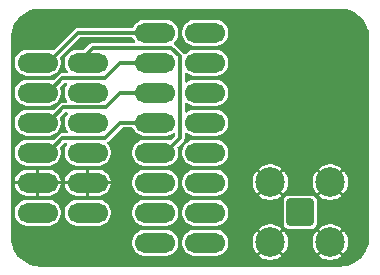
<source format=gtl>
G04 #@! TF.GenerationSoftware,KiCad,Pcbnew,9.0.4-9.0.4-0~ubuntu24.04.1*
G04 #@! TF.CreationDate,2025-08-30T18:29:49-07:00*
G04 #@! TF.ProjectId,2025-pmod-sma,32303235-2d70-46d6-9f64-2d736d612e6b,rev?*
G04 #@! TF.SameCoordinates,Original*
G04 #@! TF.FileFunction,Copper,L1,Top*
G04 #@! TF.FilePolarity,Positive*
%FSLAX46Y46*%
G04 Gerber Fmt 4.6, Leading zero omitted, Abs format (unit mm)*
G04 Created by KiCad (PCBNEW 9.0.4-9.0.4-0~ubuntu24.04.1) date 2025-08-30 18:29:49*
%MOMM*%
%LPD*%
G01*
G04 APERTURE LIST*
G04 Aperture macros list*
%AMRoundRect*
0 Rectangle with rounded corners*
0 $1 Rounding radius*
0 $2 $3 $4 $5 $6 $7 $8 $9 X,Y pos of 4 corners*
0 Add a 4 corners polygon primitive as box body*
4,1,4,$2,$3,$4,$5,$6,$7,$8,$9,$2,$3,0*
0 Add four circle primitives for the rounded corners*
1,1,$1+$1,$2,$3*
1,1,$1+$1,$4,$5*
1,1,$1+$1,$6,$7*
1,1,$1+$1,$8,$9*
0 Add four rect primitives between the rounded corners*
20,1,$1+$1,$2,$3,$4,$5,0*
20,1,$1+$1,$4,$5,$6,$7,0*
20,1,$1+$1,$6,$7,$8,$9,0*
20,1,$1+$1,$8,$9,$2,$3,0*%
G04 Aperture macros list end*
G04 #@! TA.AperFunction,ComponentPad*
%ADD10RoundRect,0.850000X0.850000X0.000010X-0.850000X0.000010X-0.850000X-0.000010X0.850000X-0.000010X0*%
G04 #@! TD*
G04 #@! TA.AperFunction,ComponentPad*
%ADD11RoundRect,0.200100X0.949900X0.949900X-0.949900X0.949900X-0.949900X-0.949900X0.949900X-0.949900X0*%
G04 #@! TD*
G04 #@! TA.AperFunction,ComponentPad*
%ADD12C,2.500000*%
G04 #@! TD*
G04 #@! TA.AperFunction,ComponentPad*
%ADD13RoundRect,0.850000X-0.850000X-0.000010X0.850000X-0.000010X0.850000X0.000010X-0.850000X0.000010X0*%
G04 #@! TD*
G04 #@! TA.AperFunction,Conductor*
%ADD14C,0.300000*%
G04 #@! TD*
G04 APERTURE END LIST*
D10*
G04 #@! TO.P,J1,1,Pin_1*
G04 #@! TO.N,/A*
X111112500Y-115570000D03*
G04 #@! TO.P,J1,2,Pin_2*
G04 #@! TO.N,/B*
X111112500Y-118110000D03*
G04 #@! TO.P,J1,3,Pin_3*
G04 #@! TO.N,/C*
X111112500Y-120650000D03*
G04 #@! TO.P,J1,4,Pin_4*
G04 #@! TO.N,/D*
X111112500Y-123190000D03*
G04 #@! TO.P,J1,5,Pin_5*
G04 #@! TO.N,GND*
X111112500Y-125730000D03*
G04 #@! TO.P,J1,6,Pin_6*
G04 #@! TO.N,unconnected-(J1-Pin_6-Pad6)*
X111112500Y-128270000D03*
G04 #@! TO.P,J1,7,Pin_7*
G04 #@! TO.N,/E*
X115352500Y-115570000D03*
G04 #@! TO.P,J1,8,Pin_8*
G04 #@! TO.N,/F*
X115352500Y-118110000D03*
G04 #@! TO.P,J1,9,Pin_9*
G04 #@! TO.N,/G*
X115352500Y-120650000D03*
G04 #@! TO.P,J1,10,Pin_10*
G04 #@! TO.N,/H*
X115352500Y-123190000D03*
G04 #@! TO.P,J1,11,Pin_11*
G04 #@! TO.N,GND*
X115352500Y-125730000D03*
G04 #@! TO.P,J1,12,Pin_12*
G04 #@! TO.N,unconnected-(J1-Pin_12-Pad12)*
X115352500Y-128270000D03*
G04 #@! TD*
D11*
G04 #@! TO.P,J3,1,Pin_1*
G04 #@! TO.N,Net-(J2-Pin_10)*
X133350000Y-128230000D03*
D12*
G04 #@! TO.P,J3,2,Pin_2*
G04 #@! TO.N,GND*
X135890000Y-130770000D03*
X135890000Y-125690000D03*
X130810000Y-130770000D03*
X130810000Y-125690000D03*
G04 #@! TD*
D13*
G04 #@! TO.P,J2,1,Pin_1*
G04 #@! TO.N,/A*
X121070000Y-113030000D03*
G04 #@! TO.P,J2,2,Pin_2*
G04 #@! TO.N,/B*
X121070000Y-115570000D03*
G04 #@! TO.P,J2,3,Pin_3*
G04 #@! TO.N,/C*
X121070000Y-118110000D03*
G04 #@! TO.P,J2,4,Pin_4*
G04 #@! TO.N,/D*
X121070000Y-120650000D03*
G04 #@! TO.P,J2,5,Pin_5*
G04 #@! TO.N,/E*
X121070000Y-123190000D03*
G04 #@! TO.P,J2,6,Pin_6*
G04 #@! TO.N,/F*
X121070000Y-125730000D03*
G04 #@! TO.P,J2,7,Pin_7*
G04 #@! TO.N,/G*
X121070000Y-128270000D03*
G04 #@! TO.P,J2,8,Pin_8*
G04 #@! TO.N,/H*
X121070000Y-130810000D03*
G04 #@! TO.P,J2,9,Pin_9*
G04 #@! TO.N,Net-(J2-Pin_10)*
X125310000Y-113030000D03*
G04 #@! TO.P,J2,10,Pin_10*
X125310000Y-115570000D03*
G04 #@! TO.P,J2,11,Pin_11*
X125310000Y-118110000D03*
G04 #@! TO.P,J2,12,Pin_12*
X125310000Y-120650000D03*
G04 #@! TO.P,J2,13,Pin_13*
X125310000Y-123190000D03*
G04 #@! TO.P,J2,14,Pin_14*
X125310000Y-125730000D03*
G04 #@! TO.P,J2,15,Pin_15*
X125310000Y-128270000D03*
G04 #@! TO.P,J2,16,Pin_16*
X125310000Y-130810000D03*
G04 #@! TD*
D14*
G04 #@! TO.N,/C*
X111962500Y-120650000D02*
X113251500Y-119361000D01*
X116859000Y-119361000D02*
X118110000Y-118110000D01*
X118110000Y-118110000D02*
X121920000Y-118110000D01*
X113251500Y-119361000D02*
X116859000Y-119361000D01*
G04 #@! TO.N,/B*
X118110000Y-115570000D02*
X116821000Y-116859000D01*
X116821000Y-116859000D02*
X113213500Y-116859000D01*
X113213500Y-116859000D02*
X111962500Y-118110000D01*
X121920000Y-115570000D02*
X118110000Y-115570000D01*
G04 #@! TO.N,/E*
X123171000Y-115044730D02*
X122426270Y-114300000D01*
X122426270Y-114300000D02*
X115772500Y-114300000D01*
X123171000Y-121939000D02*
X123171000Y-115044730D01*
X115772500Y-114300000D02*
X114502500Y-115570000D01*
X121920000Y-123190000D02*
X123171000Y-121939000D01*
G04 #@! TO.N,/A*
X111962500Y-115570000D02*
X114502500Y-113030000D01*
X114502500Y-113030000D02*
X121920000Y-113030000D01*
G04 #@! TO.N,/D*
X116820999Y-121939001D02*
X113213499Y-121939001D01*
X118110000Y-120650000D02*
X116820999Y-121939001D01*
X121920000Y-120650000D02*
X118110000Y-120650000D01*
X113213499Y-121939001D02*
X111962500Y-123190000D01*
G04 #@! TD*
G04 #@! TA.AperFunction,Conductor*
G04 #@! TO.N,GND*
G36*
X136703736Y-110990726D02*
G01*
X136993796Y-111008271D01*
X137008659Y-111010076D01*
X137290798Y-111061780D01*
X137305335Y-111065363D01*
X137579172Y-111150695D01*
X137593163Y-111156000D01*
X137854743Y-111273727D01*
X137867989Y-111280680D01*
X138113465Y-111429075D01*
X138125776Y-111437573D01*
X138125792Y-111437585D01*
X138351573Y-111614473D01*
X138362781Y-111624403D01*
X138565596Y-111827218D01*
X138575526Y-111838426D01*
X138633811Y-111912821D01*
X138748899Y-112059721D01*
X138752422Y-112064217D01*
X138760926Y-112076537D01*
X138821973Y-112177521D01*
X138909316Y-112322004D01*
X138916275Y-112335263D01*
X139033997Y-112596831D01*
X139039306Y-112610832D01*
X139124635Y-112884663D01*
X139128219Y-112899201D01*
X139179923Y-113181340D01*
X139181728Y-113196205D01*
X139199274Y-113486263D01*
X139199500Y-113493750D01*
X139199500Y-130346249D01*
X139199274Y-130353736D01*
X139181728Y-130643794D01*
X139179923Y-130658659D01*
X139128219Y-130940798D01*
X139124635Y-130955336D01*
X139039306Y-131229167D01*
X139033997Y-131243168D01*
X138916275Y-131504736D01*
X138909316Y-131517995D01*
X138760928Y-131763459D01*
X138752422Y-131775782D01*
X138575526Y-132001573D01*
X138565596Y-132012781D01*
X138362781Y-132215596D01*
X138351573Y-132225526D01*
X138125782Y-132402422D01*
X138113459Y-132410928D01*
X137867995Y-132559316D01*
X137854736Y-132566275D01*
X137593168Y-132683997D01*
X137579167Y-132689306D01*
X137305336Y-132774635D01*
X137290798Y-132778219D01*
X137008659Y-132829923D01*
X136993794Y-132831728D01*
X136703736Y-132849274D01*
X136696249Y-132849500D01*
X111414817Y-132849500D01*
X111407212Y-132849499D01*
X111407209Y-132849499D01*
X111377020Y-132849499D01*
X111345063Y-132849499D01*
X111345062Y-132849498D01*
X111337579Y-132849273D01*
X111047519Y-132831730D01*
X111032654Y-132829925D01*
X110750522Y-132778224D01*
X110735989Y-132774642D01*
X110599060Y-132731975D01*
X110462138Y-132689309D01*
X110448137Y-132683999D01*
X110186573Y-132566280D01*
X110173314Y-132559321D01*
X109927849Y-132410933D01*
X109915526Y-132402427D01*
X109689737Y-132225535D01*
X109678529Y-132215606D01*
X109475704Y-132012783D01*
X109465774Y-132001574D01*
X109400509Y-131918270D01*
X109288876Y-131775781D01*
X109280378Y-131763470D01*
X109131978Y-131517988D01*
X109125029Y-131504746D01*
X109007302Y-131243168D01*
X109002003Y-131229198D01*
X108916660Y-130955322D01*
X108913081Y-130940800D01*
X108877468Y-130746469D01*
X108873710Y-130725962D01*
X119119500Y-130725962D01*
X119119500Y-130894038D01*
X119121484Y-130927360D01*
X119122312Y-130941250D01*
X119166984Y-131146602D01*
X119166987Y-131146613D01*
X119249718Y-131339808D01*
X119249720Y-131339811D01*
X119249721Y-131339813D01*
X119367523Y-131513865D01*
X119516135Y-131662477D01*
X119690187Y-131780279D01*
X119690189Y-131780280D01*
X119690191Y-131780281D01*
X119818987Y-131835435D01*
X119883388Y-131863013D01*
X119883396Y-131863014D01*
X119883397Y-131863015D01*
X120088749Y-131907687D01*
X120088750Y-131907687D01*
X120088755Y-131907688D01*
X120135962Y-131910500D01*
X120135973Y-131910500D01*
X122004027Y-131910500D01*
X122004038Y-131910500D01*
X122051245Y-131907688D01*
X122256612Y-131863013D01*
X122449813Y-131780279D01*
X122623865Y-131662477D01*
X122772477Y-131513865D01*
X122890279Y-131339813D01*
X122973013Y-131146612D01*
X123017688Y-130941245D01*
X123020500Y-130894038D01*
X123020500Y-130725962D01*
X123359500Y-130725962D01*
X123359500Y-130894038D01*
X123361484Y-130927360D01*
X123362312Y-130941250D01*
X123406984Y-131146602D01*
X123406987Y-131146613D01*
X123489718Y-131339808D01*
X123489720Y-131339811D01*
X123489721Y-131339813D01*
X123607523Y-131513865D01*
X123756135Y-131662477D01*
X123930187Y-131780279D01*
X123930189Y-131780280D01*
X123930191Y-131780281D01*
X124058987Y-131835435D01*
X124123388Y-131863013D01*
X124123396Y-131863014D01*
X124123397Y-131863015D01*
X124328749Y-131907687D01*
X124328750Y-131907687D01*
X124328755Y-131907688D01*
X124375962Y-131910500D01*
X124375973Y-131910500D01*
X126244027Y-131910500D01*
X126244038Y-131910500D01*
X126291245Y-131907688D01*
X126496612Y-131863013D01*
X126689813Y-131780279D01*
X126863865Y-131662477D01*
X127012477Y-131513865D01*
X127130279Y-131339813D01*
X127213013Y-131146612D01*
X127257688Y-130941245D01*
X127260500Y-130894038D01*
X127260500Y-130725962D01*
X127257688Y-130678755D01*
X127251856Y-130651947D01*
X129310000Y-130651947D01*
X129310000Y-130888052D01*
X129346934Y-131121247D01*
X129419897Y-131345802D01*
X129527087Y-131556175D01*
X129661728Y-131741493D01*
X129661729Y-131741494D01*
X130126377Y-131276846D01*
X130149762Y-131311844D01*
X130268156Y-131430238D01*
X130303152Y-131453621D01*
X129838504Y-131918269D01*
X129838505Y-131918270D01*
X130023825Y-132052912D01*
X130234197Y-132160102D01*
X130458752Y-132233065D01*
X130458751Y-132233065D01*
X130691948Y-132270000D01*
X130928052Y-132270000D01*
X131161247Y-132233065D01*
X131385802Y-132160102D01*
X131596174Y-132052912D01*
X131781493Y-131918271D01*
X131781494Y-131918269D01*
X131316846Y-131453622D01*
X131351844Y-131430238D01*
X131470238Y-131311844D01*
X131493622Y-131276846D01*
X131958269Y-131741494D01*
X131958271Y-131741493D01*
X132092912Y-131556174D01*
X132200102Y-131345802D01*
X132273065Y-131121247D01*
X132310000Y-130888052D01*
X132310000Y-130651947D01*
X134390000Y-130651947D01*
X134390000Y-130888052D01*
X134426934Y-131121247D01*
X134499897Y-131345802D01*
X134607087Y-131556175D01*
X134741728Y-131741493D01*
X134741728Y-131741494D01*
X135206376Y-131276845D01*
X135229762Y-131311844D01*
X135348156Y-131430238D01*
X135383152Y-131453621D01*
X134918504Y-131918269D01*
X134918505Y-131918270D01*
X135103825Y-132052912D01*
X135314197Y-132160102D01*
X135538752Y-132233065D01*
X135538751Y-132233065D01*
X135771948Y-132270000D01*
X136008052Y-132270000D01*
X136241247Y-132233065D01*
X136465802Y-132160102D01*
X136676174Y-132052912D01*
X136861493Y-131918271D01*
X136861494Y-131918269D01*
X136396846Y-131453622D01*
X136431844Y-131430238D01*
X136550238Y-131311844D01*
X136573622Y-131276847D01*
X137038269Y-131741494D01*
X137038271Y-131741493D01*
X137172912Y-131556174D01*
X137280102Y-131345802D01*
X137353065Y-131121247D01*
X137390000Y-130888052D01*
X137390000Y-130651947D01*
X137353065Y-130418752D01*
X137280102Y-130194197D01*
X137172912Y-129983825D01*
X137038270Y-129798505D01*
X137038269Y-129798504D01*
X136573621Y-130263152D01*
X136550238Y-130228156D01*
X136431844Y-130109762D01*
X136396846Y-130086377D01*
X136861494Y-129621729D01*
X136861493Y-129621728D01*
X136676175Y-129487087D01*
X136465802Y-129379897D01*
X136241247Y-129306934D01*
X136241248Y-129306934D01*
X136008052Y-129270000D01*
X135771948Y-129270000D01*
X135538752Y-129306934D01*
X135314197Y-129379897D01*
X135103830Y-129487084D01*
X134918505Y-129621729D01*
X135383153Y-130086377D01*
X135348156Y-130109762D01*
X135229762Y-130228156D01*
X135206377Y-130263153D01*
X134741729Y-129798505D01*
X134607084Y-129983830D01*
X134499897Y-130194197D01*
X134426934Y-130418752D01*
X134390000Y-130651947D01*
X132310000Y-130651947D01*
X132273065Y-130418752D01*
X132200102Y-130194197D01*
X132092912Y-129983825D01*
X131958270Y-129798505D01*
X131958269Y-129798504D01*
X131493621Y-130263152D01*
X131470238Y-130228156D01*
X131351844Y-130109762D01*
X131316846Y-130086377D01*
X131781494Y-129621729D01*
X131781493Y-129621728D01*
X131596175Y-129487087D01*
X131385802Y-129379897D01*
X131161247Y-129306934D01*
X131161248Y-129306934D01*
X130928052Y-129270000D01*
X130691948Y-129270000D01*
X130458752Y-129306934D01*
X130234197Y-129379897D01*
X130023830Y-129487084D01*
X129838505Y-129621729D01*
X130303153Y-130086377D01*
X130268156Y-130109762D01*
X130149762Y-130228156D01*
X130126377Y-130263153D01*
X129661729Y-129798505D01*
X129527084Y-129983830D01*
X129419897Y-130194197D01*
X129346934Y-130418752D01*
X129310000Y-130651947D01*
X127251856Y-130651947D01*
X127213013Y-130473388D01*
X127130279Y-130280187D01*
X127012477Y-130106135D01*
X126863865Y-129957523D01*
X126689813Y-129839721D01*
X126689810Y-129839719D01*
X126689806Y-129839717D01*
X126557302Y-129782976D01*
X126532529Y-129772367D01*
X126496613Y-129756987D01*
X126496602Y-129756984D01*
X126291250Y-129712312D01*
X126276492Y-129711433D01*
X126244038Y-129709500D01*
X124375962Y-129709500D01*
X124345416Y-129711319D01*
X124328749Y-129712312D01*
X124123397Y-129756984D01*
X124123386Y-129756987D01*
X123930191Y-129839718D01*
X123756137Y-129957521D01*
X123756132Y-129957525D01*
X123607525Y-130106132D01*
X123607521Y-130106137D01*
X123489718Y-130280191D01*
X123406987Y-130473386D01*
X123406984Y-130473397D01*
X123362312Y-130678749D01*
X123361319Y-130695416D01*
X123359500Y-130725962D01*
X123020500Y-130725962D01*
X123017688Y-130678755D01*
X123016531Y-130673438D01*
X122973015Y-130473397D01*
X122973012Y-130473386D01*
X122890281Y-130280191D01*
X122890280Y-130280189D01*
X122890279Y-130280187D01*
X122772477Y-130106135D01*
X122623865Y-129957523D01*
X122449813Y-129839721D01*
X122449811Y-129839720D01*
X122449808Y-129839718D01*
X122256613Y-129756987D01*
X122256602Y-129756984D01*
X122051250Y-129712312D01*
X122036492Y-129711433D01*
X122004038Y-129709500D01*
X120135962Y-129709500D01*
X120105416Y-129711319D01*
X120088749Y-129712312D01*
X119883397Y-129756984D01*
X119883386Y-129756987D01*
X119690191Y-129839718D01*
X119516137Y-129957521D01*
X119516132Y-129957525D01*
X119367525Y-130106132D01*
X119367521Y-130106137D01*
X119249718Y-130280191D01*
X119166987Y-130473386D01*
X119166984Y-130473397D01*
X119122312Y-130678749D01*
X119121319Y-130695416D01*
X119119500Y-130725962D01*
X108873710Y-130725962D01*
X108866438Y-130686282D01*
X108861375Y-130658659D01*
X108859571Y-130643796D01*
X108849263Y-130473388D01*
X108842046Y-130354066D01*
X108841820Y-130346579D01*
X108841820Y-128185962D01*
X109162000Y-128185962D01*
X109162000Y-128354038D01*
X109163984Y-128387360D01*
X109164812Y-128401250D01*
X109209484Y-128606602D01*
X109209487Y-128606613D01*
X109292218Y-128799808D01*
X109292220Y-128799811D01*
X109292221Y-128799813D01*
X109410023Y-128973865D01*
X109558635Y-129122477D01*
X109732687Y-129240279D01*
X109732689Y-129240280D01*
X109732691Y-129240281D01*
X109861487Y-129295435D01*
X109925888Y-129323013D01*
X109925896Y-129323014D01*
X109925897Y-129323015D01*
X110131249Y-129367687D01*
X110131250Y-129367687D01*
X110131255Y-129367688D01*
X110178462Y-129370500D01*
X110178473Y-129370500D01*
X112046527Y-129370500D01*
X112046538Y-129370500D01*
X112093745Y-129367688D01*
X112299112Y-129323013D01*
X112492313Y-129240279D01*
X112666365Y-129122477D01*
X112814977Y-128973865D01*
X112932779Y-128799813D01*
X113015513Y-128606612D01*
X113060188Y-128401245D01*
X113063000Y-128354038D01*
X113063000Y-128185962D01*
X113402000Y-128185962D01*
X113402000Y-128354038D01*
X113403984Y-128387360D01*
X113404812Y-128401250D01*
X113449484Y-128606602D01*
X113449487Y-128606613D01*
X113532218Y-128799808D01*
X113532220Y-128799811D01*
X113532221Y-128799813D01*
X113650023Y-128973865D01*
X113798635Y-129122477D01*
X113972687Y-129240279D01*
X113972689Y-129240280D01*
X113972691Y-129240281D01*
X114101487Y-129295435D01*
X114165888Y-129323013D01*
X114165896Y-129323014D01*
X114165897Y-129323015D01*
X114371249Y-129367687D01*
X114371250Y-129367687D01*
X114371255Y-129367688D01*
X114418462Y-129370500D01*
X114418473Y-129370500D01*
X116286527Y-129370500D01*
X116286538Y-129370500D01*
X116333745Y-129367688D01*
X116539112Y-129323013D01*
X116732313Y-129240279D01*
X116906365Y-129122477D01*
X117054977Y-128973865D01*
X117172779Y-128799813D01*
X117255513Y-128606612D01*
X117300188Y-128401245D01*
X117303000Y-128354038D01*
X117303000Y-128185962D01*
X119119500Y-128185962D01*
X119119500Y-128354038D01*
X119121484Y-128387360D01*
X119122312Y-128401250D01*
X119166984Y-128606602D01*
X119166987Y-128606613D01*
X119249718Y-128799808D01*
X119249720Y-128799811D01*
X119249721Y-128799813D01*
X119367523Y-128973865D01*
X119516135Y-129122477D01*
X119690187Y-129240279D01*
X119690189Y-129240280D01*
X119690191Y-129240281D01*
X119818987Y-129295435D01*
X119883388Y-129323013D01*
X119883396Y-129323014D01*
X119883397Y-129323015D01*
X120088749Y-129367687D01*
X120088750Y-129367687D01*
X120088755Y-129367688D01*
X120135962Y-129370500D01*
X120135973Y-129370500D01*
X122004027Y-129370500D01*
X122004038Y-129370500D01*
X122051245Y-129367688D01*
X122256612Y-129323013D01*
X122449813Y-129240279D01*
X122623865Y-129122477D01*
X122772477Y-128973865D01*
X122890279Y-128799813D01*
X122973013Y-128606612D01*
X123017688Y-128401245D01*
X123020500Y-128354038D01*
X123020500Y-128185962D01*
X123359500Y-128185962D01*
X123359500Y-128354038D01*
X123361484Y-128387360D01*
X123362312Y-128401250D01*
X123406984Y-128606602D01*
X123406987Y-128606613D01*
X123489718Y-128799808D01*
X123489720Y-128799811D01*
X123489721Y-128799813D01*
X123607523Y-128973865D01*
X123756135Y-129122477D01*
X123930187Y-129240279D01*
X123930189Y-129240280D01*
X123930191Y-129240281D01*
X124058987Y-129295435D01*
X124123388Y-129323013D01*
X124123396Y-129323014D01*
X124123397Y-129323015D01*
X124328749Y-129367687D01*
X124328750Y-129367687D01*
X124328755Y-129367688D01*
X124375962Y-129370500D01*
X124375973Y-129370500D01*
X126244027Y-129370500D01*
X126244038Y-129370500D01*
X126291245Y-129367688D01*
X126496612Y-129323013D01*
X126689813Y-129240279D01*
X126863865Y-129122477D01*
X127012477Y-128973865D01*
X127130279Y-128799813D01*
X127213013Y-128606612D01*
X127257688Y-128401245D01*
X127260500Y-128354038D01*
X127260500Y-128185962D01*
X127257688Y-128138755D01*
X127213013Y-127933388D01*
X127130279Y-127740187D01*
X127012477Y-127566135D01*
X126863865Y-127417523D01*
X126689813Y-127299721D01*
X126689811Y-127299720D01*
X126689808Y-127299718D01*
X126517224Y-127225813D01*
X131949500Y-127225813D01*
X131949500Y-129234186D01*
X131952353Y-129264614D01*
X131952353Y-129264616D01*
X131952354Y-129264618D01*
X131997217Y-129392830D01*
X131997218Y-129392832D01*
X131997219Y-129392833D01*
X132077878Y-129502121D01*
X132168792Y-129569219D01*
X132187170Y-129582783D01*
X132315382Y-129627646D01*
X132328426Y-129628869D01*
X132345814Y-129630500D01*
X132345818Y-129630500D01*
X134354186Y-129630500D01*
X134369400Y-129629073D01*
X134384618Y-129627646D01*
X134512830Y-129582783D01*
X134523378Y-129574997D01*
X134531209Y-129569219D01*
X134622121Y-129502121D01*
X134633219Y-129487084D01*
X134702783Y-129392830D01*
X134747646Y-129264618D01*
X134749928Y-129240281D01*
X134750500Y-129234186D01*
X134750500Y-127225813D01*
X134747646Y-127195385D01*
X134747646Y-127195382D01*
X134702783Y-127067170D01*
X134622121Y-126957879D01*
X134531207Y-126890780D01*
X134531206Y-126890779D01*
X134512833Y-126877219D01*
X134512832Y-126877218D01*
X134512830Y-126877217D01*
X134384618Y-126832354D01*
X134384616Y-126832353D01*
X134384614Y-126832353D01*
X134354186Y-126829500D01*
X134354182Y-126829500D01*
X132345818Y-126829500D01*
X132345814Y-126829500D01*
X132315385Y-126832353D01*
X132315382Y-126832353D01*
X132315382Y-126832354D01*
X132187170Y-126877217D01*
X132187168Y-126877218D01*
X132187166Y-126877219D01*
X132077878Y-126957878D01*
X131997219Y-127067166D01*
X131997218Y-127067168D01*
X131997217Y-127067170D01*
X131954237Y-127190000D01*
X131952353Y-127195385D01*
X131949500Y-127225813D01*
X126517224Y-127225813D01*
X126496613Y-127216987D01*
X126496602Y-127216984D01*
X126291250Y-127172312D01*
X126276492Y-127171433D01*
X126244038Y-127169500D01*
X124375962Y-127169500D01*
X124345416Y-127171319D01*
X124328749Y-127172312D01*
X124123397Y-127216984D01*
X124123386Y-127216987D01*
X123930191Y-127299718D01*
X123756137Y-127417521D01*
X123756132Y-127417525D01*
X123607525Y-127566132D01*
X123607521Y-127566137D01*
X123489718Y-127740191D01*
X123406987Y-127933386D01*
X123406984Y-127933397D01*
X123362312Y-128138749D01*
X123362312Y-128138755D01*
X123359500Y-128185962D01*
X123020500Y-128185962D01*
X123017688Y-128138755D01*
X122973013Y-127933388D01*
X122890279Y-127740187D01*
X122772477Y-127566135D01*
X122623865Y-127417523D01*
X122449813Y-127299721D01*
X122449811Y-127299720D01*
X122449808Y-127299718D01*
X122256613Y-127216987D01*
X122256602Y-127216984D01*
X122051250Y-127172312D01*
X122036492Y-127171433D01*
X122004038Y-127169500D01*
X120135962Y-127169500D01*
X120105416Y-127171319D01*
X120088749Y-127172312D01*
X119883397Y-127216984D01*
X119883386Y-127216987D01*
X119690191Y-127299718D01*
X119516137Y-127417521D01*
X119516132Y-127417525D01*
X119367525Y-127566132D01*
X119367521Y-127566137D01*
X119249718Y-127740191D01*
X119166987Y-127933386D01*
X119166984Y-127933397D01*
X119122312Y-128138749D01*
X119122312Y-128138755D01*
X119119500Y-128185962D01*
X117303000Y-128185962D01*
X117300188Y-128138755D01*
X117255513Y-127933388D01*
X117172779Y-127740187D01*
X117054977Y-127566135D01*
X116906365Y-127417523D01*
X116732313Y-127299721D01*
X116732311Y-127299720D01*
X116732308Y-127299718D01*
X116539113Y-127216987D01*
X116539102Y-127216984D01*
X116333750Y-127172312D01*
X116318992Y-127171433D01*
X116286538Y-127169500D01*
X114418462Y-127169500D01*
X114387916Y-127171319D01*
X114371249Y-127172312D01*
X114165897Y-127216984D01*
X114165886Y-127216987D01*
X113972691Y-127299718D01*
X113798637Y-127417521D01*
X113798632Y-127417525D01*
X113650025Y-127566132D01*
X113650021Y-127566137D01*
X113532218Y-127740191D01*
X113449487Y-127933386D01*
X113449484Y-127933397D01*
X113404812Y-128138749D01*
X113404812Y-128138755D01*
X113402000Y-128185962D01*
X113063000Y-128185962D01*
X113060188Y-128138755D01*
X113015513Y-127933388D01*
X112932779Y-127740187D01*
X112814977Y-127566135D01*
X112666365Y-127417523D01*
X112492313Y-127299721D01*
X112492311Y-127299720D01*
X112492308Y-127299718D01*
X112299113Y-127216987D01*
X112299102Y-127216984D01*
X112093750Y-127172312D01*
X112078992Y-127171433D01*
X112046538Y-127169500D01*
X110178462Y-127169500D01*
X110147916Y-127171319D01*
X110131249Y-127172312D01*
X109925897Y-127216984D01*
X109925886Y-127216987D01*
X109732691Y-127299718D01*
X109558637Y-127417521D01*
X109558632Y-127417525D01*
X109410025Y-127566132D01*
X109410021Y-127566137D01*
X109292218Y-127740191D01*
X109209487Y-127933386D01*
X109209484Y-127933397D01*
X109164812Y-128138749D01*
X109164812Y-128138755D01*
X109162000Y-128185962D01*
X108841820Y-128185962D01*
X108841820Y-125855000D01*
X109164943Y-125855000D01*
X109165310Y-125861182D01*
X109165312Y-125861192D01*
X109209963Y-126066456D01*
X109209965Y-126066462D01*
X109292658Y-126259566D01*
X109410410Y-126433546D01*
X109558953Y-126582089D01*
X109732933Y-126699841D01*
X109926037Y-126782534D01*
X109926045Y-126782536D01*
X110131307Y-126827187D01*
X110131310Y-126827188D01*
X110178513Y-126829999D01*
X110987499Y-126829999D01*
X110987500Y-126829998D01*
X110987500Y-125855000D01*
X109164943Y-125855000D01*
X108841820Y-125855000D01*
X108841820Y-125604999D01*
X109164942Y-125604999D01*
X109164943Y-125605000D01*
X110987500Y-125605000D01*
X111237500Y-125605000D01*
X111478356Y-125605000D01*
X111462500Y-125664174D01*
X111462500Y-125795826D01*
X111478356Y-125855000D01*
X111237500Y-125855000D01*
X111237500Y-126829999D01*
X112046486Y-126829999D01*
X112046488Y-126829998D01*
X112093691Y-126827187D01*
X112298954Y-126782536D01*
X112298962Y-126782534D01*
X112492066Y-126699841D01*
X112666046Y-126582089D01*
X112814589Y-126433546D01*
X112932341Y-126259566D01*
X113015034Y-126066462D01*
X113015036Y-126066456D01*
X113059687Y-125861192D01*
X113059689Y-125861182D01*
X113060057Y-125855000D01*
X112446644Y-125855000D01*
X112462500Y-125795826D01*
X112462500Y-125664174D01*
X112446644Y-125605000D01*
X113060057Y-125605000D01*
X113060057Y-125604999D01*
X113404942Y-125604999D01*
X113404943Y-125605000D01*
X114018356Y-125605000D01*
X114002500Y-125664174D01*
X114002500Y-125795826D01*
X114018356Y-125855000D01*
X113404943Y-125855000D01*
X113405310Y-125861182D01*
X113405312Y-125861192D01*
X113449963Y-126066456D01*
X113449965Y-126066462D01*
X113532658Y-126259566D01*
X113650410Y-126433546D01*
X113798953Y-126582089D01*
X113972933Y-126699841D01*
X114166037Y-126782534D01*
X114166045Y-126782536D01*
X114371307Y-126827187D01*
X114371310Y-126827188D01*
X114418513Y-126829999D01*
X115227499Y-126829999D01*
X115477500Y-126829999D01*
X116286486Y-126829999D01*
X116286488Y-126829998D01*
X116333691Y-126827187D01*
X116538954Y-126782536D01*
X116538962Y-126782534D01*
X116732066Y-126699841D01*
X116906046Y-126582089D01*
X117054589Y-126433546D01*
X117172341Y-126259566D01*
X117255034Y-126066462D01*
X117255036Y-126066456D01*
X117299687Y-125861192D01*
X117299689Y-125861182D01*
X117300057Y-125855000D01*
X115477500Y-125855000D01*
X115477500Y-126829999D01*
X115227499Y-126829999D01*
X115227500Y-126829998D01*
X115227500Y-125855000D01*
X114986644Y-125855000D01*
X115002500Y-125795826D01*
X115002500Y-125664174D01*
X114997620Y-125645962D01*
X119119500Y-125645962D01*
X119119500Y-125814038D01*
X119121484Y-125847360D01*
X119122312Y-125861250D01*
X119166984Y-126066602D01*
X119166987Y-126066613D01*
X119249718Y-126259808D01*
X119249720Y-126259811D01*
X119249721Y-126259813D01*
X119367523Y-126433865D01*
X119516135Y-126582477D01*
X119690187Y-126700279D01*
X119690189Y-126700280D01*
X119690191Y-126700281D01*
X119818987Y-126755435D01*
X119883388Y-126783013D01*
X119883396Y-126783014D01*
X119883397Y-126783015D01*
X120088749Y-126827687D01*
X120088750Y-126827687D01*
X120088755Y-126827688D01*
X120135962Y-126830500D01*
X120135973Y-126830500D01*
X122004027Y-126830500D01*
X122004038Y-126830500D01*
X122051245Y-126827688D01*
X122053544Y-126827188D01*
X122119700Y-126812796D01*
X122256612Y-126783013D01*
X122449813Y-126700279D01*
X122623865Y-126582477D01*
X122772477Y-126433865D01*
X122890279Y-126259813D01*
X122973013Y-126066612D01*
X123017688Y-125861245D01*
X123020500Y-125814038D01*
X123020500Y-125645962D01*
X123359500Y-125645962D01*
X123359500Y-125814038D01*
X123361484Y-125847360D01*
X123362312Y-125861250D01*
X123406984Y-126066602D01*
X123406987Y-126066613D01*
X123489718Y-126259808D01*
X123489720Y-126259811D01*
X123489721Y-126259813D01*
X123607523Y-126433865D01*
X123756135Y-126582477D01*
X123930187Y-126700279D01*
X123930189Y-126700280D01*
X123930191Y-126700281D01*
X124058987Y-126755435D01*
X124123388Y-126783013D01*
X124123396Y-126783014D01*
X124123397Y-126783015D01*
X124328749Y-126827687D01*
X124328750Y-126827687D01*
X124328755Y-126827688D01*
X124375962Y-126830500D01*
X124375973Y-126830500D01*
X126244027Y-126830500D01*
X126244038Y-126830500D01*
X126291245Y-126827688D01*
X126293544Y-126827188D01*
X126359700Y-126812796D01*
X126496612Y-126783013D01*
X126689813Y-126700279D01*
X126863865Y-126582477D01*
X127012477Y-126433865D01*
X127130279Y-126259813D01*
X127213013Y-126066612D01*
X127257688Y-125861245D01*
X127260500Y-125814038D01*
X127260500Y-125645962D01*
X127257688Y-125598755D01*
X127251856Y-125571947D01*
X129310000Y-125571947D01*
X129310000Y-125808052D01*
X129346934Y-126041247D01*
X129419897Y-126265802D01*
X129527087Y-126476175D01*
X129661728Y-126661493D01*
X129661729Y-126661494D01*
X130126377Y-126196846D01*
X130149762Y-126231844D01*
X130268156Y-126350238D01*
X130303152Y-126373621D01*
X129838504Y-126838269D01*
X129838505Y-126838270D01*
X130023825Y-126972912D01*
X130234197Y-127080102D01*
X130458752Y-127153065D01*
X130458751Y-127153065D01*
X130691948Y-127190000D01*
X130928052Y-127190000D01*
X131161247Y-127153065D01*
X131309213Y-127104988D01*
X131309214Y-127104988D01*
X131385804Y-127080102D01*
X131596174Y-126972912D01*
X131781493Y-126838271D01*
X131781494Y-126838269D01*
X131316846Y-126373622D01*
X131351844Y-126350238D01*
X131470238Y-126231844D01*
X131493622Y-126196846D01*
X131958269Y-126661494D01*
X131958271Y-126661493D01*
X132092912Y-126476174D01*
X132200102Y-126265802D01*
X132273065Y-126041247D01*
X132310000Y-125808052D01*
X132310000Y-125571947D01*
X134390000Y-125571947D01*
X134390000Y-125808052D01*
X134426934Y-126041247D01*
X134499897Y-126265802D01*
X134607087Y-126476175D01*
X134741728Y-126661493D01*
X134741728Y-126661494D01*
X135206376Y-126196845D01*
X135229762Y-126231844D01*
X135348156Y-126350238D01*
X135383152Y-126373621D01*
X134918504Y-126838269D01*
X134918505Y-126838270D01*
X135103825Y-126972912D01*
X135314197Y-127080102D01*
X135538752Y-127153065D01*
X135538751Y-127153065D01*
X135771948Y-127190000D01*
X136008052Y-127190000D01*
X136241247Y-127153065D01*
X136465802Y-127080102D01*
X136676174Y-126972912D01*
X136861493Y-126838271D01*
X136861494Y-126838269D01*
X136396846Y-126373622D01*
X136431844Y-126350238D01*
X136550238Y-126231844D01*
X136573622Y-126196847D01*
X137038269Y-126661494D01*
X137038271Y-126661493D01*
X137172912Y-126476174D01*
X137280102Y-126265802D01*
X137353065Y-126041247D01*
X137390000Y-125808052D01*
X137390000Y-125571947D01*
X137353065Y-125338752D01*
X137280102Y-125114197D01*
X137172912Y-124903825D01*
X137038270Y-124718505D01*
X137038269Y-124718504D01*
X136573621Y-125183152D01*
X136550238Y-125148156D01*
X136431844Y-125029762D01*
X136396846Y-125006377D01*
X136861494Y-124541729D01*
X136861493Y-124541728D01*
X136676175Y-124407087D01*
X136465802Y-124299897D01*
X136241247Y-124226934D01*
X136241248Y-124226934D01*
X136008052Y-124190000D01*
X135771948Y-124190000D01*
X135538752Y-124226934D01*
X135314197Y-124299897D01*
X135103830Y-124407084D01*
X134918505Y-124541729D01*
X135383153Y-125006377D01*
X135348156Y-125029762D01*
X135229762Y-125148156D01*
X135206377Y-125183153D01*
X134741729Y-124718505D01*
X134607084Y-124903830D01*
X134499897Y-125114197D01*
X134426934Y-125338752D01*
X134390000Y-125571947D01*
X132310000Y-125571947D01*
X132273065Y-125338752D01*
X132200102Y-125114197D01*
X132092912Y-124903825D01*
X131958270Y-124718505D01*
X131958269Y-124718504D01*
X131493621Y-125183152D01*
X131470238Y-125148156D01*
X131351844Y-125029762D01*
X131316846Y-125006377D01*
X131781494Y-124541729D01*
X131781493Y-124541728D01*
X131596175Y-124407087D01*
X131385802Y-124299897D01*
X131161247Y-124226934D01*
X131161248Y-124226934D01*
X130928052Y-124190000D01*
X130691948Y-124190000D01*
X130458752Y-124226934D01*
X130234197Y-124299897D01*
X130023830Y-124407084D01*
X129838505Y-124541729D01*
X130303153Y-125006377D01*
X130268156Y-125029762D01*
X130149762Y-125148156D01*
X130126377Y-125183153D01*
X129661729Y-124718505D01*
X129527084Y-124903830D01*
X129419897Y-125114197D01*
X129346934Y-125338752D01*
X129310000Y-125571947D01*
X127251856Y-125571947D01*
X127213013Y-125393388D01*
X127143046Y-125230000D01*
X127130281Y-125200191D01*
X127130280Y-125200189D01*
X127130279Y-125200187D01*
X127012477Y-125026135D01*
X126863865Y-124877523D01*
X126689813Y-124759721D01*
X126689810Y-124759719D01*
X126689806Y-124759717D01*
X126557302Y-124702976D01*
X126532529Y-124692367D01*
X126496613Y-124676987D01*
X126496602Y-124676984D01*
X126291250Y-124632312D01*
X126276492Y-124631433D01*
X126244038Y-124629500D01*
X124375962Y-124629500D01*
X124345416Y-124631319D01*
X124328749Y-124632312D01*
X124123397Y-124676984D01*
X124123386Y-124676987D01*
X123930191Y-124759718D01*
X123756137Y-124877521D01*
X123756132Y-124877525D01*
X123607525Y-125026132D01*
X123607521Y-125026137D01*
X123489718Y-125200191D01*
X123406987Y-125393386D01*
X123406984Y-125393397D01*
X123362312Y-125598749D01*
X123361319Y-125615416D01*
X123359500Y-125645962D01*
X123020500Y-125645962D01*
X123017688Y-125598755D01*
X123016531Y-125593438D01*
X122973015Y-125393397D01*
X122973012Y-125393386D01*
X122890281Y-125200191D01*
X122890280Y-125200189D01*
X122890279Y-125200187D01*
X122772477Y-125026135D01*
X122623865Y-124877523D01*
X122449813Y-124759721D01*
X122449811Y-124759720D01*
X122449808Y-124759718D01*
X122256613Y-124676987D01*
X122256602Y-124676984D01*
X122051250Y-124632312D01*
X122036492Y-124631433D01*
X122004038Y-124629500D01*
X120135962Y-124629500D01*
X120105416Y-124631319D01*
X120088749Y-124632312D01*
X119883397Y-124676984D01*
X119883386Y-124676987D01*
X119690191Y-124759718D01*
X119516137Y-124877521D01*
X119516132Y-124877525D01*
X119367525Y-125026132D01*
X119367521Y-125026137D01*
X119249718Y-125200191D01*
X119166987Y-125393386D01*
X119166984Y-125393397D01*
X119122312Y-125598749D01*
X119121319Y-125615416D01*
X119119500Y-125645962D01*
X114997620Y-125645962D01*
X114986644Y-125605000D01*
X115227500Y-125605000D01*
X115477500Y-125605000D01*
X117300057Y-125605000D01*
X117300057Y-125604999D01*
X117299689Y-125598817D01*
X117299687Y-125598807D01*
X117255036Y-125393543D01*
X117255034Y-125393537D01*
X117172341Y-125200433D01*
X117054589Y-125026453D01*
X116906046Y-124877910D01*
X116732066Y-124760158D01*
X116538962Y-124677465D01*
X116538954Y-124677463D01*
X116333692Y-124632812D01*
X116333689Y-124632811D01*
X116286488Y-124630000D01*
X115477500Y-124630000D01*
X115477500Y-125605000D01*
X115227500Y-125605000D01*
X115227500Y-124630000D01*
X114418514Y-124630000D01*
X114418511Y-124630001D01*
X114371308Y-124632812D01*
X114166045Y-124677463D01*
X114166037Y-124677465D01*
X113972933Y-124760158D01*
X113798953Y-124877910D01*
X113650410Y-125026453D01*
X113532658Y-125200433D01*
X113449965Y-125393537D01*
X113449963Y-125393543D01*
X113405312Y-125598807D01*
X113405310Y-125598817D01*
X113404942Y-125604999D01*
X113060057Y-125604999D01*
X113059689Y-125598817D01*
X113059687Y-125598807D01*
X113015036Y-125393543D01*
X113015034Y-125393537D01*
X112932341Y-125200433D01*
X112814589Y-125026453D01*
X112666046Y-124877910D01*
X112492066Y-124760158D01*
X112298962Y-124677465D01*
X112298954Y-124677463D01*
X112093692Y-124632812D01*
X112093689Y-124632811D01*
X112046488Y-124630000D01*
X111237500Y-124630000D01*
X111237500Y-125605000D01*
X110987500Y-125605000D01*
X110987500Y-124630000D01*
X110178514Y-124630000D01*
X110178511Y-124630001D01*
X110131308Y-124632812D01*
X109926045Y-124677463D01*
X109926037Y-124677465D01*
X109732933Y-124760158D01*
X109558953Y-124877910D01*
X109410410Y-125026453D01*
X109292658Y-125200433D01*
X109209965Y-125393537D01*
X109209963Y-125393543D01*
X109165312Y-125598807D01*
X109165310Y-125598817D01*
X109164942Y-125604999D01*
X108841820Y-125604999D01*
X108841820Y-115485962D01*
X109162000Y-115485962D01*
X109162000Y-115654038D01*
X109163984Y-115687360D01*
X109164812Y-115701250D01*
X109209484Y-115906602D01*
X109209487Y-115906613D01*
X109292218Y-116099808D01*
X109292220Y-116099811D01*
X109292221Y-116099813D01*
X109410023Y-116273865D01*
X109558635Y-116422477D01*
X109732687Y-116540279D01*
X109732689Y-116540280D01*
X109732691Y-116540281D01*
X109771472Y-116556888D01*
X109925888Y-116623013D01*
X109925896Y-116623014D01*
X109925897Y-116623015D01*
X110131249Y-116667687D01*
X110131250Y-116667687D01*
X110131255Y-116667688D01*
X110178462Y-116670500D01*
X110178473Y-116670500D01*
X112046527Y-116670500D01*
X112046538Y-116670500D01*
X112093745Y-116667688D01*
X112299112Y-116623013D01*
X112492313Y-116540279D01*
X112666365Y-116422477D01*
X112814977Y-116273865D01*
X112932779Y-116099813D01*
X113015513Y-115906612D01*
X113060188Y-115701245D01*
X113063000Y-115654038D01*
X113063000Y-115485962D01*
X113060188Y-115438755D01*
X113015513Y-115233388D01*
X113003572Y-115205505D01*
X112995276Y-115136133D01*
X113025804Y-115073285D01*
X113029857Y-115069034D01*
X114632074Y-113466819D01*
X114693397Y-113433334D01*
X114719755Y-113430500D01*
X119112555Y-113430500D01*
X119179594Y-113450185D01*
X119225349Y-113502989D01*
X119226524Y-113505643D01*
X119249721Y-113559813D01*
X119348662Y-113705998D01*
X119369936Y-113772549D01*
X119351852Y-113840038D01*
X119300152Y-113887037D01*
X119245971Y-113899500D01*
X115719773Y-113899500D01*
X115617910Y-113926793D01*
X115526587Y-113979520D01*
X115526584Y-113979522D01*
X115072926Y-114433181D01*
X115011603Y-114466666D01*
X114985245Y-114469500D01*
X114418462Y-114469500D01*
X114387916Y-114471319D01*
X114371249Y-114472312D01*
X114165897Y-114516984D01*
X114165886Y-114516987D01*
X113972691Y-114599718D01*
X113798637Y-114717521D01*
X113798632Y-114717525D01*
X113650025Y-114866132D01*
X113650021Y-114866137D01*
X113532218Y-115040191D01*
X113449487Y-115233386D01*
X113449484Y-115233397D01*
X113404812Y-115438749D01*
X113404812Y-115438755D01*
X113402000Y-115485962D01*
X113402000Y-115654038D01*
X113403984Y-115687360D01*
X113404812Y-115701250D01*
X113449484Y-115906602D01*
X113449487Y-115906613D01*
X113532218Y-116099808D01*
X113644021Y-116264997D01*
X113665295Y-116331549D01*
X113647211Y-116399038D01*
X113595511Y-116446037D01*
X113541330Y-116458500D01*
X113160773Y-116458500D01*
X113058910Y-116485793D01*
X112967587Y-116538520D01*
X112967584Y-116538522D01*
X112463486Y-117042619D01*
X112402163Y-117076104D01*
X112332471Y-117071120D01*
X112326993Y-117068926D01*
X112299117Y-117056989D01*
X112299115Y-117056988D01*
X112299112Y-117056987D01*
X112299109Y-117056986D01*
X112299102Y-117056984D01*
X112093750Y-117012312D01*
X112078992Y-117011433D01*
X112046538Y-117009500D01*
X110178462Y-117009500D01*
X110147916Y-117011319D01*
X110131249Y-117012312D01*
X109925897Y-117056984D01*
X109925886Y-117056987D01*
X109732691Y-117139718D01*
X109558637Y-117257521D01*
X109558632Y-117257525D01*
X109410025Y-117406132D01*
X109410021Y-117406137D01*
X109292218Y-117580191D01*
X109209487Y-117773386D01*
X109209484Y-117773397D01*
X109164812Y-117978749D01*
X109164812Y-117978755D01*
X109162000Y-118025962D01*
X109162000Y-118194038D01*
X109163984Y-118227360D01*
X109164812Y-118241250D01*
X109209484Y-118446602D01*
X109209487Y-118446613D01*
X109292218Y-118639808D01*
X109292220Y-118639811D01*
X109292221Y-118639813D01*
X109410023Y-118813865D01*
X109558635Y-118962477D01*
X109732687Y-119080279D01*
X109732689Y-119080280D01*
X109732691Y-119080281D01*
X109771472Y-119096888D01*
X109925888Y-119163013D01*
X109925896Y-119163014D01*
X109925897Y-119163015D01*
X110131249Y-119207687D01*
X110131250Y-119207687D01*
X110131255Y-119207688D01*
X110178462Y-119210500D01*
X110178473Y-119210500D01*
X112046527Y-119210500D01*
X112046538Y-119210500D01*
X112093745Y-119207688D01*
X112299112Y-119163013D01*
X112492313Y-119080279D01*
X112666365Y-118962477D01*
X112814977Y-118813865D01*
X112932779Y-118639813D01*
X113015513Y-118446612D01*
X113060188Y-118241245D01*
X113063000Y-118194038D01*
X113063000Y-118025962D01*
X113060188Y-117978755D01*
X113015513Y-117773388D01*
X113003572Y-117745505D01*
X112995276Y-117676133D01*
X113025804Y-117613285D01*
X113029835Y-117609057D01*
X113343076Y-117295816D01*
X113370007Y-117281111D01*
X113395820Y-117264523D01*
X113402020Y-117263631D01*
X113404397Y-117262334D01*
X113430755Y-117259500D01*
X113515611Y-117259500D01*
X113582650Y-117279185D01*
X113628405Y-117331989D01*
X113638349Y-117401147D01*
X113618302Y-117453003D01*
X113532218Y-117580191D01*
X113449487Y-117773386D01*
X113449484Y-117773397D01*
X113404812Y-117978749D01*
X113404812Y-117978755D01*
X113402000Y-118025962D01*
X113402000Y-118194038D01*
X113403984Y-118227360D01*
X113404812Y-118241250D01*
X113449484Y-118446602D01*
X113449487Y-118446613D01*
X113532218Y-118639808D01*
X113618302Y-118766997D01*
X113639576Y-118833549D01*
X113621492Y-118901038D01*
X113569792Y-118948037D01*
X113515611Y-118960500D01*
X113198773Y-118960500D01*
X113096910Y-118987793D01*
X113005587Y-119040520D01*
X113005584Y-119040522D01*
X112463486Y-119582619D01*
X112402163Y-119616104D01*
X112332471Y-119611120D01*
X112326993Y-119608926D01*
X112299117Y-119596989D01*
X112299115Y-119596988D01*
X112299112Y-119596987D01*
X112299109Y-119596986D01*
X112299102Y-119596984D01*
X112093750Y-119552312D01*
X112078992Y-119551433D01*
X112046538Y-119549500D01*
X110178462Y-119549500D01*
X110147916Y-119551319D01*
X110131249Y-119552312D01*
X109925897Y-119596984D01*
X109925886Y-119596987D01*
X109732691Y-119679718D01*
X109558637Y-119797521D01*
X109558632Y-119797525D01*
X109410025Y-119946132D01*
X109410021Y-119946137D01*
X109292218Y-120120191D01*
X109209487Y-120313386D01*
X109209484Y-120313397D01*
X109164812Y-120518749D01*
X109164812Y-120518755D01*
X109162000Y-120565962D01*
X109162000Y-120734038D01*
X109163984Y-120767360D01*
X109164812Y-120781250D01*
X109209484Y-120986602D01*
X109209487Y-120986613D01*
X109292218Y-121179808D01*
X109292220Y-121179811D01*
X109292221Y-121179813D01*
X109410023Y-121353865D01*
X109558635Y-121502477D01*
X109732687Y-121620279D01*
X109732689Y-121620280D01*
X109732691Y-121620281D01*
X109771472Y-121636888D01*
X109925888Y-121703013D01*
X109925896Y-121703014D01*
X109925897Y-121703015D01*
X110131249Y-121747687D01*
X110131250Y-121747687D01*
X110131255Y-121747688D01*
X110178462Y-121750500D01*
X110178473Y-121750500D01*
X112046527Y-121750500D01*
X112046538Y-121750500D01*
X112093745Y-121747688D01*
X112299112Y-121703013D01*
X112492313Y-121620279D01*
X112666365Y-121502477D01*
X112814977Y-121353865D01*
X112932779Y-121179813D01*
X113015513Y-120986612D01*
X113060188Y-120781245D01*
X113063000Y-120734038D01*
X113063000Y-120565962D01*
X113060188Y-120518755D01*
X113035243Y-120404087D01*
X113015515Y-120313397D01*
X113015512Y-120313386D01*
X113003572Y-120285505D01*
X112995276Y-120216133D01*
X113025804Y-120153285D01*
X113029855Y-120149036D01*
X113381074Y-119797819D01*
X113408001Y-119783115D01*
X113433820Y-119766523D01*
X113440020Y-119765631D01*
X113442397Y-119764334D01*
X113468755Y-119761500D01*
X113541330Y-119761500D01*
X113608369Y-119781185D01*
X113654124Y-119833989D01*
X113664068Y-119903147D01*
X113644021Y-119955003D01*
X113532218Y-120120191D01*
X113449487Y-120313386D01*
X113449484Y-120313397D01*
X113404812Y-120518749D01*
X113404812Y-120518755D01*
X113402000Y-120565962D01*
X113402000Y-120734038D01*
X113403984Y-120767360D01*
X113404812Y-120781250D01*
X113449484Y-120986602D01*
X113449487Y-120986613D01*
X113476845Y-121050500D01*
X113532221Y-121179813D01*
X113614000Y-121300641D01*
X113644022Y-121344998D01*
X113665296Y-121411550D01*
X113647212Y-121479039D01*
X113595512Y-121526038D01*
X113541331Y-121538501D01*
X113273838Y-121538501D01*
X113273822Y-121538500D01*
X113266226Y-121538500D01*
X113160772Y-121538500D01*
X113058911Y-121565794D01*
X113058909Y-121565794D01*
X113058909Y-121565795D01*
X113022247Y-121586961D01*
X113022243Y-121586964D01*
X113013249Y-121592157D01*
X112967586Y-121618521D01*
X112893019Y-121693088D01*
X112893017Y-121693090D01*
X112888874Y-121697232D01*
X112888869Y-121697237D01*
X112463487Y-122122619D01*
X112402164Y-122156104D01*
X112332472Y-122151120D01*
X112326995Y-122148927D01*
X112299112Y-122136987D01*
X112299102Y-122136984D01*
X112093750Y-122092312D01*
X112078992Y-122091433D01*
X112046538Y-122089500D01*
X110178462Y-122089500D01*
X110147916Y-122091319D01*
X110131249Y-122092312D01*
X109925897Y-122136984D01*
X109925886Y-122136987D01*
X109732691Y-122219718D01*
X109558637Y-122337521D01*
X109558632Y-122337525D01*
X109410025Y-122486132D01*
X109410021Y-122486137D01*
X109292218Y-122660191D01*
X109209487Y-122853386D01*
X109209484Y-122853397D01*
X109164812Y-123058749D01*
X109164812Y-123058755D01*
X109162000Y-123105962D01*
X109162000Y-123274038D01*
X109163984Y-123307360D01*
X109164812Y-123321250D01*
X109209484Y-123526602D01*
X109209487Y-123526613D01*
X109292218Y-123719808D01*
X109292220Y-123719811D01*
X109292221Y-123719813D01*
X109410023Y-123893865D01*
X109558635Y-124042477D01*
X109732687Y-124160279D01*
X109732689Y-124160280D01*
X109732691Y-124160281D01*
X109861487Y-124215435D01*
X109925888Y-124243013D01*
X109925896Y-124243014D01*
X109925897Y-124243015D01*
X110131249Y-124287687D01*
X110131250Y-124287687D01*
X110131255Y-124287688D01*
X110178462Y-124290500D01*
X110178473Y-124290500D01*
X112046527Y-124290500D01*
X112046538Y-124290500D01*
X112093745Y-124287688D01*
X112299112Y-124243013D01*
X112492313Y-124160279D01*
X112666365Y-124042477D01*
X112814977Y-123893865D01*
X112932779Y-123719813D01*
X113015513Y-123526612D01*
X113060188Y-123321245D01*
X113063000Y-123274038D01*
X113063000Y-123105962D01*
X113060188Y-123058755D01*
X113015513Y-122853388D01*
X113003571Y-122825502D01*
X112995277Y-122756131D01*
X113025805Y-122693283D01*
X113029835Y-122689056D01*
X113343074Y-122375817D01*
X113370005Y-122361112D01*
X113395818Y-122344524D01*
X113402018Y-122343632D01*
X113404395Y-122342335D01*
X113430753Y-122339501D01*
X113515610Y-122339501D01*
X113582649Y-122359186D01*
X113628404Y-122411990D01*
X113638348Y-122481148D01*
X113618301Y-122533003D01*
X113532219Y-122660189D01*
X113449487Y-122853386D01*
X113449484Y-122853397D01*
X113404812Y-123058749D01*
X113404812Y-123058755D01*
X113402000Y-123105962D01*
X113402000Y-123274038D01*
X113403984Y-123307360D01*
X113404812Y-123321250D01*
X113449484Y-123526602D01*
X113449487Y-123526613D01*
X113532218Y-123719808D01*
X113532220Y-123719811D01*
X113532221Y-123719813D01*
X113650023Y-123893865D01*
X113798635Y-124042477D01*
X113972687Y-124160279D01*
X113972689Y-124160280D01*
X113972691Y-124160281D01*
X114101487Y-124215435D01*
X114165888Y-124243013D01*
X114165896Y-124243014D01*
X114165897Y-124243015D01*
X114371249Y-124287687D01*
X114371250Y-124287687D01*
X114371255Y-124287688D01*
X114418462Y-124290500D01*
X114418473Y-124290500D01*
X116286527Y-124290500D01*
X116286538Y-124290500D01*
X116333745Y-124287688D01*
X116539112Y-124243013D01*
X116732313Y-124160279D01*
X116906365Y-124042477D01*
X117054977Y-123893865D01*
X117172779Y-123719813D01*
X117255513Y-123526612D01*
X117300188Y-123321245D01*
X117303000Y-123274038D01*
X117303000Y-123105962D01*
X117300188Y-123058755D01*
X117255513Y-122853388D01*
X117210535Y-122748356D01*
X117172781Y-122660191D01*
X117172780Y-122660189D01*
X117172779Y-122660187D01*
X117054977Y-122486135D01*
X117029920Y-122461078D01*
X116996435Y-122399755D01*
X117001419Y-122330063D01*
X117043291Y-122274130D01*
X117055582Y-122266022D01*
X117066912Y-122259481D01*
X118239573Y-121086818D01*
X118300896Y-121053334D01*
X118327254Y-121050500D01*
X119112555Y-121050500D01*
X119179594Y-121070185D01*
X119225349Y-121122989D01*
X119226524Y-121125643D01*
X119249721Y-121179813D01*
X119367523Y-121353865D01*
X119516135Y-121502477D01*
X119690187Y-121620279D01*
X119690189Y-121620280D01*
X119690191Y-121620281D01*
X119728972Y-121636888D01*
X119883388Y-121703013D01*
X119883396Y-121703014D01*
X119883397Y-121703015D01*
X120088749Y-121747687D01*
X120088750Y-121747687D01*
X120088755Y-121747688D01*
X120135962Y-121750500D01*
X120135973Y-121750500D01*
X122004027Y-121750500D01*
X122004038Y-121750500D01*
X122051245Y-121747688D01*
X122256612Y-121703013D01*
X122449813Y-121620279D01*
X122576997Y-121534197D01*
X122587029Y-121530990D01*
X122594989Y-121524094D01*
X122619734Y-121520535D01*
X122643549Y-121512923D01*
X122653722Y-121515648D01*
X122664147Y-121514150D01*
X122686890Y-121524536D01*
X122711038Y-121531007D01*
X122718121Y-121538799D01*
X122727703Y-121543175D01*
X122741221Y-121564209D01*
X122758036Y-121582707D01*
X122760783Y-121594649D01*
X122765477Y-121601953D01*
X122770500Y-121636888D01*
X122770500Y-121721744D01*
X122750815Y-121788783D01*
X122734181Y-121809425D01*
X122420986Y-122122619D01*
X122359663Y-122156104D01*
X122289971Y-122151120D01*
X122284493Y-122148926D01*
X122256617Y-122136989D01*
X122256615Y-122136988D01*
X122256612Y-122136987D01*
X122256609Y-122136986D01*
X122256602Y-122136984D01*
X122051250Y-122092312D01*
X122036492Y-122091433D01*
X122004038Y-122089500D01*
X120135962Y-122089500D01*
X120105416Y-122091319D01*
X120088749Y-122092312D01*
X119883397Y-122136984D01*
X119883386Y-122136987D01*
X119690191Y-122219718D01*
X119516137Y-122337521D01*
X119516132Y-122337525D01*
X119367525Y-122486132D01*
X119367521Y-122486137D01*
X119249718Y-122660191D01*
X119166987Y-122853386D01*
X119166984Y-122853397D01*
X119122312Y-123058749D01*
X119122312Y-123058755D01*
X119119500Y-123105962D01*
X119119500Y-123274038D01*
X119121484Y-123307360D01*
X119122312Y-123321250D01*
X119166984Y-123526602D01*
X119166987Y-123526613D01*
X119249718Y-123719808D01*
X119249720Y-123719811D01*
X119249721Y-123719813D01*
X119367523Y-123893865D01*
X119516135Y-124042477D01*
X119690187Y-124160279D01*
X119690189Y-124160280D01*
X119690191Y-124160281D01*
X119818987Y-124215435D01*
X119883388Y-124243013D01*
X119883396Y-124243014D01*
X119883397Y-124243015D01*
X120088749Y-124287687D01*
X120088750Y-124287687D01*
X120088755Y-124287688D01*
X120135962Y-124290500D01*
X120135973Y-124290500D01*
X122004027Y-124290500D01*
X122004038Y-124290500D01*
X122051245Y-124287688D01*
X122256612Y-124243013D01*
X122449813Y-124160279D01*
X122623865Y-124042477D01*
X122772477Y-123893865D01*
X122890279Y-123719813D01*
X122973013Y-123526612D01*
X123017688Y-123321245D01*
X123020500Y-123274038D01*
X123020500Y-123105962D01*
X123359500Y-123105962D01*
X123359500Y-123274038D01*
X123361484Y-123307360D01*
X123362312Y-123321250D01*
X123406984Y-123526602D01*
X123406987Y-123526613D01*
X123489718Y-123719808D01*
X123489720Y-123719811D01*
X123489721Y-123719813D01*
X123607523Y-123893865D01*
X123756135Y-124042477D01*
X123930187Y-124160279D01*
X123930189Y-124160280D01*
X123930191Y-124160281D01*
X124058987Y-124215435D01*
X124123388Y-124243013D01*
X124123396Y-124243014D01*
X124123397Y-124243015D01*
X124328749Y-124287687D01*
X124328750Y-124287687D01*
X124328755Y-124287688D01*
X124375962Y-124290500D01*
X124375973Y-124290500D01*
X126244027Y-124290500D01*
X126244038Y-124290500D01*
X126291245Y-124287688D01*
X126496612Y-124243013D01*
X126689813Y-124160279D01*
X126863865Y-124042477D01*
X127012477Y-123893865D01*
X127130279Y-123719813D01*
X127213013Y-123526612D01*
X127257688Y-123321245D01*
X127260500Y-123274038D01*
X127260500Y-123105962D01*
X127257688Y-123058755D01*
X127213013Y-122853388D01*
X127168035Y-122748356D01*
X127130281Y-122660191D01*
X127130280Y-122660189D01*
X127130279Y-122660187D01*
X127012477Y-122486135D01*
X126863865Y-122337523D01*
X126689813Y-122219721D01*
X126689811Y-122219720D01*
X126689808Y-122219718D01*
X126496613Y-122136987D01*
X126496602Y-122136984D01*
X126291250Y-122092312D01*
X126276492Y-122091433D01*
X126244038Y-122089500D01*
X124375962Y-122089500D01*
X124345416Y-122091319D01*
X124328749Y-122092312D01*
X124123397Y-122136984D01*
X124123386Y-122136987D01*
X123930191Y-122219718D01*
X123756137Y-122337521D01*
X123756132Y-122337525D01*
X123607525Y-122486132D01*
X123607521Y-122486137D01*
X123489718Y-122660191D01*
X123406987Y-122853386D01*
X123406984Y-122853397D01*
X123362312Y-123058749D01*
X123362312Y-123058755D01*
X123359500Y-123105962D01*
X123020500Y-123105962D01*
X123017688Y-123058755D01*
X122973013Y-122853388D01*
X122961072Y-122825505D01*
X122952776Y-122756133D01*
X122983304Y-122693285D01*
X122987356Y-122689035D01*
X123491480Y-122184913D01*
X123544207Y-122093588D01*
X123571500Y-121991727D01*
X123571500Y-121886273D01*
X123571500Y-121611169D01*
X123591185Y-121544130D01*
X123643989Y-121498375D01*
X123713147Y-121488431D01*
X123765002Y-121508478D01*
X123930187Y-121620279D01*
X124123388Y-121703013D01*
X124123396Y-121703014D01*
X124123397Y-121703015D01*
X124328749Y-121747687D01*
X124328750Y-121747687D01*
X124328755Y-121747688D01*
X124375962Y-121750500D01*
X124375973Y-121750500D01*
X126244027Y-121750500D01*
X126244038Y-121750500D01*
X126291245Y-121747688D01*
X126496612Y-121703013D01*
X126689813Y-121620279D01*
X126863865Y-121502477D01*
X127012477Y-121353865D01*
X127130279Y-121179813D01*
X127213013Y-120986612D01*
X127257688Y-120781245D01*
X127260500Y-120734038D01*
X127260500Y-120565962D01*
X127257688Y-120518755D01*
X127232743Y-120404087D01*
X127213015Y-120313397D01*
X127213012Y-120313386D01*
X127130281Y-120120191D01*
X127130280Y-120120189D01*
X127130279Y-120120187D01*
X127012477Y-119946135D01*
X126863865Y-119797523D01*
X126689813Y-119679721D01*
X126689811Y-119679720D01*
X126689808Y-119679718D01*
X126496613Y-119596987D01*
X126496602Y-119596984D01*
X126291250Y-119552312D01*
X126276492Y-119551433D01*
X126244038Y-119549500D01*
X124375962Y-119549500D01*
X124345416Y-119551319D01*
X124328749Y-119552312D01*
X124123397Y-119596984D01*
X124123386Y-119596987D01*
X123930191Y-119679718D01*
X123765003Y-119791521D01*
X123698451Y-119812795D01*
X123630962Y-119794711D01*
X123583963Y-119743011D01*
X123571500Y-119688830D01*
X123571500Y-119071169D01*
X123591185Y-119004130D01*
X123643989Y-118958375D01*
X123713147Y-118948431D01*
X123765002Y-118968478D01*
X123930187Y-119080279D01*
X124123388Y-119163013D01*
X124123396Y-119163014D01*
X124123397Y-119163015D01*
X124328749Y-119207687D01*
X124328750Y-119207687D01*
X124328755Y-119207688D01*
X124375962Y-119210500D01*
X124375973Y-119210500D01*
X126244027Y-119210500D01*
X126244038Y-119210500D01*
X126291245Y-119207688D01*
X126496612Y-119163013D01*
X126689813Y-119080279D01*
X126863865Y-118962477D01*
X127012477Y-118813865D01*
X127130279Y-118639813D01*
X127213013Y-118446612D01*
X127257688Y-118241245D01*
X127260500Y-118194038D01*
X127260500Y-118025962D01*
X127257688Y-117978755D01*
X127213013Y-117773388D01*
X127153457Y-117634312D01*
X127130281Y-117580191D01*
X127130280Y-117580189D01*
X127130279Y-117580187D01*
X127012477Y-117406135D01*
X126863865Y-117257523D01*
X126689813Y-117139721D01*
X126689811Y-117139720D01*
X126689808Y-117139718D01*
X126496613Y-117056987D01*
X126496602Y-117056984D01*
X126291250Y-117012312D01*
X126276492Y-117011433D01*
X126244038Y-117009500D01*
X124375962Y-117009500D01*
X124345416Y-117011319D01*
X124328749Y-117012312D01*
X124123397Y-117056984D01*
X124123386Y-117056987D01*
X123930191Y-117139718D01*
X123765003Y-117251521D01*
X123698451Y-117272795D01*
X123630962Y-117254711D01*
X123583963Y-117203011D01*
X123571500Y-117148830D01*
X123571500Y-116531169D01*
X123591185Y-116464130D01*
X123643989Y-116418375D01*
X123713147Y-116408431D01*
X123765002Y-116428478D01*
X123930187Y-116540279D01*
X124123388Y-116623013D01*
X124123396Y-116623014D01*
X124123397Y-116623015D01*
X124328749Y-116667687D01*
X124328750Y-116667687D01*
X124328755Y-116667688D01*
X124375962Y-116670500D01*
X124375973Y-116670500D01*
X126244027Y-116670500D01*
X126244038Y-116670500D01*
X126291245Y-116667688D01*
X126496612Y-116623013D01*
X126689813Y-116540279D01*
X126863865Y-116422477D01*
X127012477Y-116273865D01*
X127130279Y-116099813D01*
X127213013Y-115906612D01*
X127257688Y-115701245D01*
X127260500Y-115654038D01*
X127260500Y-115485962D01*
X127257688Y-115438755D01*
X127213013Y-115233388D01*
X127153457Y-115094312D01*
X127130281Y-115040191D01*
X127130280Y-115040189D01*
X127130279Y-115040187D01*
X127012477Y-114866135D01*
X126863865Y-114717523D01*
X126689813Y-114599721D01*
X126689811Y-114599720D01*
X126689808Y-114599718D01*
X126496613Y-114516987D01*
X126496602Y-114516984D01*
X126291250Y-114472312D01*
X126276492Y-114471433D01*
X126244038Y-114469500D01*
X124375962Y-114469500D01*
X124345416Y-114471319D01*
X124328749Y-114472312D01*
X124123397Y-114516984D01*
X124123386Y-114516987D01*
X123930191Y-114599718D01*
X123756137Y-114717521D01*
X123670841Y-114802817D01*
X123609517Y-114836301D01*
X123539826Y-114831317D01*
X123495479Y-114802816D01*
X122687183Y-113994520D01*
X122653698Y-113933197D01*
X122658682Y-113863505D01*
X122687179Y-113819162D01*
X122772477Y-113733865D01*
X122890279Y-113559813D01*
X122973013Y-113366612D01*
X123017688Y-113161245D01*
X123020500Y-113114038D01*
X123020500Y-112945962D01*
X123359500Y-112945962D01*
X123359500Y-113114038D01*
X123361484Y-113147360D01*
X123362312Y-113161250D01*
X123406984Y-113366602D01*
X123406987Y-113366613D01*
X123489718Y-113559808D01*
X123489720Y-113559811D01*
X123489721Y-113559813D01*
X123607523Y-113733865D01*
X123756135Y-113882477D01*
X123930187Y-114000279D01*
X123930189Y-114000280D01*
X123930191Y-114000281D01*
X124058987Y-114055435D01*
X124123388Y-114083013D01*
X124123396Y-114083014D01*
X124123397Y-114083015D01*
X124328749Y-114127687D01*
X124328750Y-114127687D01*
X124328755Y-114127688D01*
X124375962Y-114130500D01*
X124375973Y-114130500D01*
X126244027Y-114130500D01*
X126244038Y-114130500D01*
X126291245Y-114127688D01*
X126496612Y-114083013D01*
X126689813Y-114000279D01*
X126863865Y-113882477D01*
X127012477Y-113733865D01*
X127130279Y-113559813D01*
X127213013Y-113366612D01*
X127257688Y-113161245D01*
X127260500Y-113114038D01*
X127260500Y-112945962D01*
X127257688Y-112898755D01*
X127256182Y-112891833D01*
X127213015Y-112693397D01*
X127213012Y-112693386D01*
X127130281Y-112500191D01*
X127130280Y-112500189D01*
X127130279Y-112500187D01*
X127012477Y-112326135D01*
X126863865Y-112177523D01*
X126689813Y-112059721D01*
X126689811Y-112059720D01*
X126689808Y-112059718D01*
X126496613Y-111976987D01*
X126496602Y-111976984D01*
X126291250Y-111932312D01*
X126276492Y-111931433D01*
X126244038Y-111929500D01*
X124375962Y-111929500D01*
X124345416Y-111931319D01*
X124328749Y-111932312D01*
X124123397Y-111976984D01*
X124123386Y-111976987D01*
X123930191Y-112059718D01*
X123756137Y-112177521D01*
X123756132Y-112177525D01*
X123607525Y-112326132D01*
X123607521Y-112326137D01*
X123489718Y-112500191D01*
X123406987Y-112693386D01*
X123406984Y-112693397D01*
X123362312Y-112898749D01*
X123362312Y-112898755D01*
X123359500Y-112945962D01*
X123020500Y-112945962D01*
X123017688Y-112898755D01*
X123016182Y-112891833D01*
X122973015Y-112693397D01*
X122973012Y-112693386D01*
X122890281Y-112500191D01*
X122890280Y-112500189D01*
X122890279Y-112500187D01*
X122772477Y-112326135D01*
X122623865Y-112177523D01*
X122449813Y-112059721D01*
X122449811Y-112059720D01*
X122449808Y-112059718D01*
X122256613Y-111976987D01*
X122256602Y-111976984D01*
X122051250Y-111932312D01*
X122036492Y-111931433D01*
X122004038Y-111929500D01*
X120135962Y-111929500D01*
X120105416Y-111931319D01*
X120088749Y-111932312D01*
X119883397Y-111976984D01*
X119883386Y-111976987D01*
X119690191Y-112059718D01*
X119516137Y-112177521D01*
X119516132Y-112177525D01*
X119367525Y-112326132D01*
X119367521Y-112326137D01*
X119291379Y-112438637D01*
X119249721Y-112500187D01*
X119226542Y-112554313D01*
X119182058Y-112608190D01*
X119115507Y-112629465D01*
X119112555Y-112629500D01*
X114449773Y-112629500D01*
X114347913Y-112656793D01*
X114347910Y-112656794D01*
X114256585Y-112709521D01*
X112463486Y-114502619D01*
X112402163Y-114536104D01*
X112332471Y-114531120D01*
X112326993Y-114528926D01*
X112299117Y-114516989D01*
X112299115Y-114516988D01*
X112299112Y-114516987D01*
X112299109Y-114516986D01*
X112299102Y-114516984D01*
X112093750Y-114472312D01*
X112078992Y-114471433D01*
X112046538Y-114469500D01*
X110178462Y-114469500D01*
X110147916Y-114471319D01*
X110131249Y-114472312D01*
X109925897Y-114516984D01*
X109925886Y-114516987D01*
X109732691Y-114599718D01*
X109558637Y-114717521D01*
X109558632Y-114717525D01*
X109410025Y-114866132D01*
X109410021Y-114866137D01*
X109292218Y-115040191D01*
X109209487Y-115233386D01*
X109209484Y-115233397D01*
X109164812Y-115438749D01*
X109164812Y-115438755D01*
X109162000Y-115485962D01*
X108841820Y-115485962D01*
X108841820Y-113493750D01*
X108842046Y-113486263D01*
X108845806Y-113424108D01*
X108859591Y-113196203D01*
X108861396Y-113181341D01*
X108899072Y-112975751D01*
X108913101Y-112899196D01*
X108916680Y-112884678D01*
X109002020Y-112610814D01*
X109007315Y-112596851D01*
X109125056Y-112335243D01*
X109131989Y-112322032D01*
X109280400Y-112076532D01*
X109288887Y-112064236D01*
X109465797Y-111838428D01*
X109475710Y-111827238D01*
X109678550Y-111624400D01*
X109689742Y-111614485D01*
X109915549Y-111437578D01*
X109927854Y-111429085D01*
X110173324Y-111280695D01*
X110186573Y-111273741D01*
X110448146Y-111156018D01*
X110462139Y-111150711D01*
X110735998Y-111065375D01*
X110750523Y-111061795D01*
X111032662Y-111010093D01*
X111047516Y-111008289D01*
X111288942Y-110993687D01*
X111337912Y-110990726D01*
X111345395Y-110990500D01*
X111407209Y-110990501D01*
X111407213Y-110990500D01*
X136634108Y-110990500D01*
X136696249Y-110990500D01*
X136703736Y-110990726D01*
G37*
G04 #@! TD.AperFunction*
G04 #@! TD*
M02*

</source>
